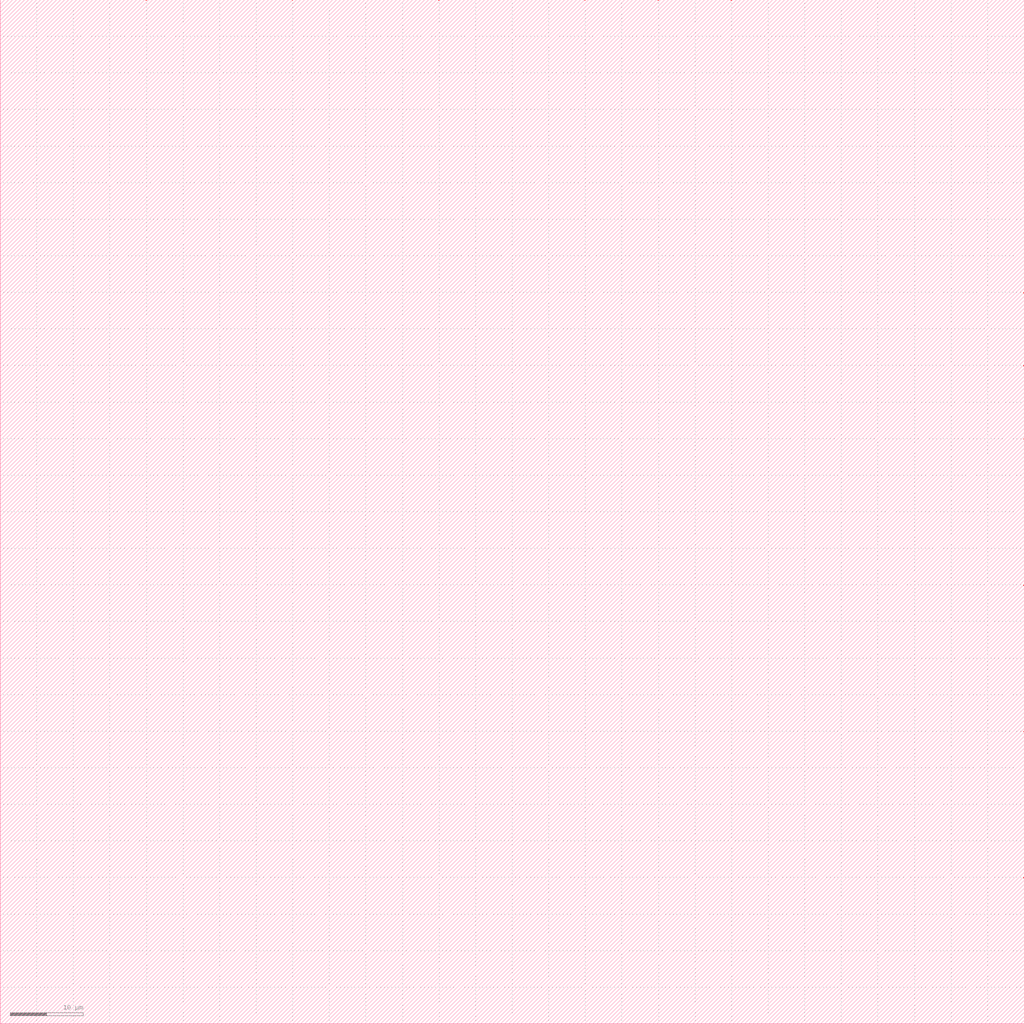
<source format=lef>
VERSION 5.8 ;

#NAMESCASESENSITIVE ON ;
USEMINSPACING OBS OFF ;
#BUSBITCHARS "[]" ;

# UNITS
# YBASE MICRON 1000 ;
# END UNITS

SITE IOSITE
  SYMMETRY Y ;
  CLASS PAD ;
  SIZE    1.000 BY 140.000 ;
END IOSITE

MACRO PAD
  CLASS PAD AREAIO ;
  ORIGIN 0 0 ;
  SIZE 45 BY 84 ;
  SYMMETRY X Y R90 ;
  PIN PAD
    DIRECTION INOUT ;
    PORT
      LAYER metal10 ;
        RECT 0 0 45 84 ;
    END
  END PAD
END PAD

MACRO DUMMY_BUMP
  CLASS PAD AREAIO ;
  ORIGIN 0 0 ;
  SIZE 45 BY 45 ;
  SYMMETRY X Y R90 ;
  PIN PAD
    DIRECTION INOUT ;
    PORT
      LAYER metal10 ;
        RECT 0.0 0.0 45.0 45.0 ;
    END
  END PAD
END DUMMY_BUMP

MACRO PADCELL_SIG_V
  CLASS PAD AREAIO ;
  ORIGIN 0 0 ;
  FOREIGN PADCELL_SIG_V 0 0 ;
  SIZE 25.0 BY 140 ;
  SYMMETRY X Y R90 ;
  SITE IOSITE ;
  PIN PAD 
    USE SIGNAL ;
    DIRECTION INOUT ;
    PORT
      CLASS BUMP ;
      LAYER metal10 ;
        RECT 10.0 50.0 20.0 55.0 ;
    END
  END PAD
  PIN A
    USE SIGNAL ;
    DIRECTION INPUT ;
    PORT
      CLASS CORE ;
      LAYER metal4 ;
        RECT 13.170 139.900 13.330 140.000 ;
      LAYER metal5 ; 
        RECT 13.170 139.900 13.330 140.000 ;
      LAYER metal6 ; 
        RECT 13.170 139.900 13.330 140.000 ;
      LAYER metal7 ; 
        RECT 13.170 139.900 13.330 140.000 ;
      LAYER metal8 ;
        RECT 13.170 139.900 13.330 140.000 ;
      LAYER metal9 ;
        RECT 13.170 139.900 13.330 140.000 ;
    END
  END A
  PIN Y
    USE SIGNAL ;
    DIRECTION OUTPUT ;
    PORT
      CLASS CORE ;
      LAYER metal4 ;
        RECT 28.936 139.900 29.096 140.000 ;
      LAYER metal5 ;
        RECT 28.936 139.900 29.096 140.000 ;
      LAYER metal6 ;
        RECT 28.936 139.900 29.096 140.000 ;
      LAYER metal7 ;
        RECT 28.936 139.900 29.096 140.000 ;
      LAYER metal8 ;
        RECT 28.936 139.900 29.096 140.000 ;
      LAYER metal9 ;
        RECT 28.936 139.900 29.096 140.000 ;
    END
  END Y
  PIN PU
    USE SIGNAL ;
    DIRECTION OUTPUT ;
    PORT
      CLASS CORE ;
      LAYER metal4 ;
        RECT 15.170 139.900 15.330 140.000 ;
      LAYER metal5 ;
        RECT 15.170 139.900 15.330 140.000 ;
      LAYER metal6 ;
        RECT 15.170 139.900 15.330 140.000 ;
      LAYER metal7 ;
        RECT 15.170 139.900 15.330 140.000 ;
      LAYER metal8 ;
        RECT 15.170 139.900 15.330 140.000 ;
      LAYER metal9 ;
        RECT 15.170 139.900 15.330 140.000 ;
    END
  END PU
  PIN OE
    USE SIGNAL ;
    DIRECTION OUTPUT ;
    PORT
      CLASS CORE ;
      LAYER metal4 ;
        RECT 15.170 139.900 15.330 140.000 ;
      LAYER metal5 ;
        RECT 15.170 139.900 15.330 140.000 ;
      LAYER metal6 ;
        RECT 15.170 139.900 15.330 140.000 ;
      LAYER metal7 ;
        RECT 15.170 139.900 15.330 140.000 ;
      LAYER metal8 ;
        RECT 15.170 139.900 15.330 140.000 ;
      LAYER metal9 ;
        RECT 15.170 139.900 15.330 140.000 ;
    END
  END OE
  PIN RETN
    USE SIGNAL ;
    DIRECTION INPUT ;
    SHAPE ABUTMENT ;
    PORT 
      LAYER metal4 ;
        RECT  0.000  99.900  0.100 100.00 ;
      LAYER metal4 ;
        RECT 24.900  99.900 25.000 100.00 ;
    END
  END RETN
  PIN SNS
    USE SIGNAL ;
    DIRECTION INPUT ;
    SHAPE ABUTMENT ;
    PORT 
      LAYER metal4 ;
        RECT  0.000  89.900  0.100 90.00 ;
      LAYER metal4 ;
        RECT 24.900  89.900 25.000 90.00 ;
    END
  END SNS
  PIN VDD
    USE POWER ;
    PORT
      CLASS CORE ;
      LAYER metal4 ;
      RECT 0.000 20.0 0.100 21.0 ;
      LAYER metal4 ;
      RECT 24.90 20.0 25.00 21.0 ;
    END
  END VDD
  PIN VSS
    USE GROUND ;
    PORT
      CLASS CORE ;
      LAYER metal4 ;
      RECT 0.000 40.0 0.100 41.0 ;
      LAYER metal4 ;
      RECT 24.90 40.0 25.00 41.0 ;
    END
  END VSS
  PIN DVDD
    USE POWER ;
    PORT
      CLASS CORE ;
      LAYER metal4 ;
      RECT 0.000 60.0 0.100 61.0 ;
      LAYER metal4 ;
      RECT 24.90 60.0 25.00 61.0 ;
    END
  END DVDD
  PIN DVSS
    USE GROUND ;
    PORT
      CLASS CORE ;
      LAYER metal4 ;
      RECT 0.000 80.0 0.100 81.0 ;
      LAYER metal4 ;
      RECT 24.90 80.0 25.00 81.0 ;
    END
  END DVSS
END PADCELL_SIG_V

MACRO PADCELL_SIG_H
  CLASS PAD AREAIO ;
  ORIGIN 0 0 ;
  SIZE 25.0 BY 140 ;
  SYMMETRY X Y R90 ;
  PIN PAD 
    DIRECTION INOUT ;
    PORT
      LAYER metal10 ;
        RECT 10.0 50.0 20.0 55.0 ;
    END
  END PAD
  PIN A
    USE SIGNAL ;
    DIRECTION INPUT ;
    PORT
      CLASS CORE ;
      LAYER metal4 ;
        RECT 13.170 104.900 13.330 105.000 ;
      LAYER metal5 ; 
        RECT 13.170 104.900 13.330 105.000 ;
      LAYER metal6 ; 
        RECT 13.170 104.900 13.330 105.000 ;
      LAYER metal7 ; 
        RECT 13.170 104.900 13.330 105.000 ;
      LAYER metal8 ;
        RECT 13.170 104.900 13.330 105.000 ;
      LAYER metal9 ;
        RECT 13.170 104.900 13.330 105.000 ;
    END
  END A
  PIN Y
    USE SIGNAL ;
    DIRECTION OUTPUT ;
    PORT
      CLASS CORE ;
      LAYER metal4 ;
        RECT 28.936 104.900 29.096 105.000 ;
      LAYER metal5 ; 
        RECT 28.936 104.900 29.096 105.000 ;
      LAYER metal6 ; 
        RECT 28.936 104.900 29.096 105.000 ;
      LAYER metal7 ; 
        RECT 28.936 104.900 29.096 105.000 ;
      LAYER metal8 ; 
        RECT 28.936 104.900 29.096 105.000 ;
      LAYER metal9 ; 
        RECT 28.936 104.900 29.096 105.000 ;
    END
  END Y
  PIN PU
    USE SIGNAL ;
    DIRECTION OUTPUT ;
    PORT
      CLASS CORE ;
      LAYER metal4 ;
        RECT 15.170 139.900 15.330 140.000 ;
      LAYER metal5 ;
        RECT 15.170 139.900 15.330 140.000 ;
      LAYER metal6 ;
        RECT 15.170 139.900 15.330 140.000 ;
      LAYER metal7 ;
        RECT 15.170 139.900 15.330 140.000 ;
      LAYER metal8 ;
        RECT 15.170 139.900 15.330 140.000 ;
      LAYER metal9 ;
        RECT 15.170 139.900 15.330 140.000 ;
    END
  END PU
  PIN OE
    USE SIGNAL ;
    DIRECTION OUTPUT ;
    PORT
      CLASS CORE ;
      LAYER metal4 ;
        RECT 15.170 139.900 15.330 140.000 ;
      LAYER metal5 ;
        RECT 15.170 139.900 15.330 140.000 ;
      LAYER metal6 ;
        RECT 15.170 139.900 15.330 140.000 ;
      LAYER metal7 ;
        RECT 15.170 139.900 15.330 140.000 ;
      LAYER metal8 ;
        RECT 15.170 139.900 15.330 140.000 ;
      LAYER metal9 ;
        RECT 15.170 139.900 15.330 140.000 ;
    END
  END OE
  PIN RETN
    USE SIGNAL ;
    DIRECTION INPUT ;
    SHAPE ABUTMENT ;
    PORT 
      LAYER metal4 ;
        RECT  0.000  99.900  0.100 100.00 ;
      LAYER metal4 ;
        RECT 24.900  99.900 25.000 100.00 ;
    END
  END RETN
  PIN SNS
    USE SIGNAL ;
    DIRECTION INPUT ;
    SHAPE ABUTMENT ;
    PORT 
      LAYER metal4 ;
        RECT  0.000  89.900  0.100 90.00 ;
      LAYER metal4 ;
        RECT 24.900  89.900 25.000 90.00 ;
    END
  END SNS
  PIN VDD
    USE POWER ;
    PORT
      CLASS CORE ;
      LAYER metal4 ;
      RECT 0.000 20.0 0.100 21.0 ;
      LAYER metal4 ;
      RECT 24.90 20.0 25.00 21.0 ;
    END
  END VDD
  PIN VSS
    USE GROUND ;
    PORT
      CLASS CORE ;
      LAYER metal4 ;
      RECT 0.000 40.0 0.100 41.0 ;
      LAYER metal4 ;
      RECT 24.90 40.0 25.00 41.0 ;
    END
  END VSS
  PIN DVDD
    USE POWER ;
    PORT
      CLASS CORE ;
      LAYER metal4 ;
      RECT 0.000 60.0 0.100 61.0 ;
      LAYER metal4 ;
      RECT 24.90 60.0 25.00 61.0 ;
    END
  END DVDD
  PIN DVSS
    USE GROUND ;
    PORT
      CLASS CORE ;
      LAYER metal4 ;
      RECT 0.000 80.0 0.100 81.0 ;
      LAYER metal4 ;
      RECT 24.90 80.0 25.00 81.0 ;
    END
  END DVSS
END PADCELL_SIG_H

MACRO PADCELL_VDD_V
  CLASS PAD AREAIO ;
  ORIGIN 0 0 ;
  SIZE 25.0 BY 140 ;
  SYMMETRY X Y R90 ;
  PIN VDD
    DIRECTION INOUT ;
    USE POWER ;
    SHAPE ABUTMENT ;
    PORT
      CLASS BUMP ;
      LAYER metal10 ;
        RECT 10.0 50.0 20.0 55.0 ;
    END
    PORT
      CLASS CORE ;
      LAYER metal4 ;
      RECT 23.155 104.900 23.945 105.000 ;
      LAYER metal4 ;
      RECT 20.995 104.900 21.785 105.000 ;
      LAYER metal4 ;
      RECT 18.835 104.900 19.625 105.000 ;
      LAYER metal4 ;
      RECT 16.565 104.900 17.355 105.000 ;
      LAYER metal4 ;
      RECT 14.295 104.900 15.085 105.000 ;
      LAYER metal4 ;
      RECT 12.135 104.900 12.925 105.000 ;
      LAYER metal4 ;
      RECT 9.975 104.900 10.765 105.000 ;
      LAYER metal4 ;
      RECT 7.815 104.900 8.605 105.000 ;
      LAYER metal4 ;
      RECT 5.655 104.900 6.445 105.000 ;
      LAYER metal4 ;
      RECT 3.495 104.900 4.285 105.000 ;
      LAYER metal4 ;
      RECT 1.335 104.900 2.125 105.000 ;
      LAYER metal5 ;
      RECT 23.155 104.900 23.945 105.000 ;
      LAYER metal5 ;
      RECT 20.995 104.900 21.785 105.000 ;
      LAYER metal5 ;
      RECT 18.835 104.900 19.625 105.000 ;
      LAYER metal5 ;
      RECT 16.565 104.900 17.355 105.000 ;
      LAYER metal5 ;
      RECT 14.295 104.900 15.085 105.000 ;
      LAYER metal5 ;
      RECT 12.135 104.900 12.925 105.000 ;
      LAYER metal5 ;
      RECT 9.975 104.900 10.765 105.000 ;
      LAYER metal5 ;
      RECT 7.815 104.900 8.605 105.000 ;
      LAYER metal5 ;
      RECT 5.655 104.900 6.445 105.000 ;
      LAYER metal5 ;
      RECT 3.495 104.900 4.285 105.000 ;
      LAYER metal5 ;
      RECT 1.335 104.900 2.125 105.000 ;
      LAYER metal6 ;
      RECT 23.155 104.900 23.945 105.000 ;
      LAYER metal6 ;
      RECT 20.995 104.900 21.785 105.000 ;
      LAYER metal6 ;
      RECT 18.835 104.900 19.625 105.000 ;
      LAYER metal6 ;
      RECT 16.565 104.900 17.355 105.000 ;
      LAYER metal6 ;
      RECT 14.295 104.900 15.085 105.000 ;
      LAYER metal6 ;
      RECT 12.135 104.900 12.925 105.000 ;
      LAYER metal6 ;
      RECT 9.975 104.900 10.765 105.000 ;
      LAYER metal6 ;
      RECT 7.815 104.900 8.605 105.000 ;
      LAYER metal6 ;
      RECT 5.655 104.900 6.445 105.000 ;
      LAYER metal6 ;
      RECT 3.495 104.900 4.285 105.000 ;
      LAYER metal6 ;
      RECT 1.335 104.900 2.125 105.000 ;
      LAYER metal7 ;
      RECT 23.155 104.900 23.945 105.000 ;
      LAYER metal7 ;
      RECT 20.995 104.900 21.785 105.000 ;
      LAYER metal7 ;
      RECT 18.835 104.900 19.625 105.000 ;
      LAYER metal7 ;
      RECT 16.565 104.900 17.355 105.000 ;
      LAYER metal7 ;
      RECT 14.295 104.900 15.085 105.000 ;
      LAYER metal7 ;
      RECT 12.135 104.900 12.925 105.000 ;
      LAYER metal7 ;
      RECT 9.975 104.900 10.765 105.000 ;
      LAYER metal7 ;
      RECT 7.815 104.900 8.605 105.000 ;
      LAYER metal7 ;
      RECT 5.655 104.900 6.445 105.000 ;
      LAYER metal7 ;
      RECT 3.495 104.900 4.285 105.000 ;
      LAYER metal7 ;
      RECT 1.335 104.900 2.125 105.000 ;
      LAYER metal8 ;
      RECT 23.155 104.900 23.945 105.000 ;
      LAYER metal8 ;
      RECT 20.995 104.900 21.785 105.000 ;
      LAYER metal8 ;
      RECT 18.835 104.900 19.625 105.000 ;
      LAYER metal8 ;
      RECT 16.565 104.900 17.355 105.000 ;
      LAYER metal8 ;
      RECT 14.295 104.900 15.085 105.000 ;
      LAYER metal8 ;
      RECT 12.135 104.900 12.925 105.000 ;
      LAYER metal8 ;
      RECT 9.975 104.900 10.765 105.000 ;
      LAYER metal8 ;
      RECT 7.815 104.900 8.605 105.000 ;
      LAYER metal8 ;
      RECT 5.655 104.900 6.445 105.000 ;
      LAYER metal8 ;
      RECT 3.495 104.900 4.285 105.000 ;
      LAYER metal8 ;
      RECT 1.335 104.900 2.125 105.000 ;
      LAYER metal9 ;
      RECT 23.155 104.900 23.945 105.000 ;
      LAYER metal9 ;
      RECT 20.995 104.900 21.785 105.000 ;
      LAYER metal9 ;
      RECT 18.835 104.900 19.625 105.000 ;
      LAYER metal9 ;
      RECT 16.565 104.900 17.355 105.000 ;
      LAYER metal9 ;
      RECT 14.295 104.900 15.085 105.000 ;
      LAYER metal9 ;
      RECT 12.135 104.900 12.925 105.000 ;
      LAYER metal9 ;
      RECT 9.975 104.900 10.765 105.000 ;
      LAYER metal9 ;
      RECT 7.815 104.900 8.605 105.000 ;
      LAYER metal9 ;
      RECT 5.655 104.900 6.445 105.000 ;
      LAYER metal9 ;
      RECT 3.495 104.900 4.285 105.000 ;
      LAYER metal9 ;
      RECT 1.335 104.900 2.125 105.000 ;
      LAYER metal4 ;
      RECT 0.000 20.0 0.100 21.0 ;
      LAYER metal4 ;
      RECT 24.90 20.0 25.00 21.0 ;
    END
  END VDD
  PIN VSS
    USE GROUND ;
    PORT
      CLASS CORE ;
      LAYER metal4 ;
      RECT 0.000 40.0 0.100 41.0 ;
      LAYER metal4 ;
      RECT 24.90 40.0 25.00 41.0 ;
    END
  END VSS
  PIN DVDD
    USE POWER ;
    PORT
      CLASS CORE ;
      LAYER metal4 ;
      RECT 0.000 60.0 0.100 61.0 ;
      LAYER metal4 ;
      RECT 24.90 60.0 25.00 61.0 ;
    END
  END DVDD
  PIN DVSS
    USE GROUND ;
    PORT
      CLASS CORE ;
      LAYER metal4 ;
      RECT 0.000 80.0 0.100 81.0 ;
      LAYER metal4 ;
      RECT 24.90 80.0 25.00 81.0 ;
    END
  END DVSS
  PIN RETN
    USE SIGNAL ;
    DIRECTION INPUT ;
    SHAPE ABUTMENT ;
    PORT 
      LAYER metal4 ;
        RECT  0.000  99.900  0.100 100.00 ;
      LAYER metal4 ;
        RECT 24.900  99.900 25.000 100.00 ;
    END
  END RETN
  PIN SNS
    USE SIGNAL ;
    DIRECTION INPUT ;
    SHAPE ABUTMENT ;
    PORT 
      LAYER metal4 ;
        RECT  0.000  89.900  0.100 90.00 ;
      LAYER metal4 ;
        RECT 24.900  89.900 25.000 90.00 ;
    END
  END SNS
END PADCELL_VDD_V

MACRO PADCELL_VDD_H
  CLASS PAD AREAIO ;
  ORIGIN 0 0 ;
  SIZE 25.0 BY 140 ;
  SYMMETRY X Y R90 ;
  PIN VDD
    DIRECTION INOUT ;
    USE POWER ;
    SHAPE ABUTMENT ;
    PORT
      CLASS BUMP ;
      LAYER metal10 ;
        RECT 10.0 50.0 20.0 55.0 ;
    END
    PORT
      CLASS CORE ;
      LAYER metal4 ;
      RECT 23.155 104.900 23.945 105.000 ;
      LAYER metal4 ;
      RECT 20.995 104.900 21.785 105.000 ;
      LAYER metal4 ;
      RECT 18.835 104.900 19.625 105.000 ;
      LAYER metal4 ;
      RECT 16.565 104.900 17.355 105.000 ;
      LAYER metal4 ;
      RECT 14.295 104.900 15.085 105.000 ;
      LAYER metal4 ;
      RECT 12.135 104.900 12.925 105.000 ;
      LAYER metal4 ;
      RECT 9.975 104.900 10.765 105.000 ;
      LAYER metal4 ;
      RECT 7.815 104.900 8.605 105.000 ;
      LAYER metal4 ;
      RECT 5.655 104.900 6.445 105.000 ;
      LAYER metal4 ;
      RECT 3.495 104.900 4.285 105.000 ;
      LAYER metal4 ;
      RECT 1.335 104.900 2.125 105.000 ;
      LAYER metal5 ;
      RECT 23.155 104.900 23.945 105.000 ;
      LAYER metal5 ;
      RECT 20.995 104.900 21.785 105.000 ;
      LAYER metal5 ;
      RECT 18.835 104.900 19.625 105.000 ;
      LAYER metal5 ;
      RECT 16.565 104.900 17.355 105.000 ;
      LAYER metal5 ;
      RECT 14.295 104.900 15.085 105.000 ;
      LAYER metal5 ;
      RECT 12.135 104.900 12.925 105.000 ;
      LAYER metal5 ;
      RECT 9.975 104.900 10.765 105.000 ;
      LAYER metal5 ;
      RECT 7.815 104.900 8.605 105.000 ;
      LAYER metal5 ;
      RECT 5.655 104.900 6.445 105.000 ;
      LAYER metal5 ;
      RECT 3.495 104.900 4.285 105.000 ;
      LAYER metal5 ;
      RECT 1.335 104.900 2.125 105.000 ;
      LAYER metal6 ;
      RECT 23.155 104.900 23.945 105.000 ;
      LAYER metal6 ;
      RECT 20.995 104.900 21.785 105.000 ;
      LAYER metal6 ;
      RECT 18.835 104.900 19.625 105.000 ;
      LAYER metal6 ;
      RECT 16.565 104.900 17.355 105.000 ;
      LAYER metal6 ;
      RECT 14.295 104.900 15.085 105.000 ;
      LAYER metal6 ;
      RECT 12.135 104.900 12.925 105.000 ;
      LAYER metal6 ;
      RECT 9.975 104.900 10.765 105.000 ;
      LAYER metal6 ;
      RECT 7.815 104.900 8.605 105.000 ;
      LAYER metal6 ;
      RECT 5.655 104.900 6.445 105.000 ;
      LAYER metal6 ;
      RECT 3.495 104.900 4.285 105.000 ;
      LAYER metal6 ;
      RECT 1.335 104.900 2.125 105.000 ;
      LAYER metal7 ;
      RECT 23.155 104.900 23.945 105.000 ;
      LAYER metal7 ;
      RECT 20.995 104.900 21.785 105.000 ;
      LAYER metal7 ;
      RECT 18.835 104.900 19.625 105.000 ;
      LAYER metal7 ;
      RECT 16.565 104.900 17.355 105.000 ;
      LAYER metal7 ;
      RECT 14.295 104.900 15.085 105.000 ;
      LAYER metal7 ;
      RECT 12.135 104.900 12.925 105.000 ;
      LAYER metal7 ;
      RECT 9.975 104.900 10.765 105.000 ;
      LAYER metal7 ;
      RECT 7.815 104.900 8.605 105.000 ;
      LAYER metal7 ;
      RECT 5.655 104.900 6.445 105.000 ;
      LAYER metal7 ;
      RECT 3.495 104.900 4.285 105.000 ;
      LAYER metal7 ;
      RECT 1.335 104.900 2.125 105.000 ;
      LAYER metal8 ;
      RECT 23.155 104.900 23.945 105.000 ;
      LAYER metal8 ;
      RECT 20.995 104.900 21.785 105.000 ;
      LAYER metal8 ;
      RECT 18.835 104.900 19.625 105.000 ;
      LAYER metal8 ;
      RECT 16.565 104.900 17.355 105.000 ;
      LAYER metal8 ;
      RECT 14.295 104.900 15.085 105.000 ;
      LAYER metal8 ;
      RECT 12.135 104.900 12.925 105.000 ;
      LAYER metal8 ;
      RECT 9.975 104.900 10.765 105.000 ;
      LAYER metal8 ;
      RECT 7.815 104.900 8.605 105.000 ;
      LAYER metal8 ;
      RECT 5.655 104.900 6.445 105.000 ;
      LAYER metal8 ;
      RECT 3.495 104.900 4.285 105.000 ;
      LAYER metal8 ;
      RECT 1.335 104.900 2.125 105.000 ;
      LAYER metal9 ;
      RECT 23.155 104.900 23.945 105.000 ;
      LAYER metal9 ;
      RECT 20.995 104.900 21.785 105.000 ;
      LAYER metal9 ;
      RECT 18.835 104.900 19.625 105.000 ;
      LAYER metal9 ;
      RECT 16.565 104.900 17.355 105.000 ;
      LAYER metal9 ;
      RECT 14.295 104.900 15.085 105.000 ;
      LAYER metal9 ;
      RECT 12.135 104.900 12.925 105.000 ;
      LAYER metal9 ;
      RECT 9.975 104.900 10.765 105.000 ;
      LAYER metal9 ;
      RECT 7.815 104.900 8.605 105.000 ;
      LAYER metal9 ;
      RECT 5.655 104.900 6.445 105.000 ;
      LAYER metal9 ;
      RECT 3.495 104.900 4.285 105.000 ;
      LAYER metal9 ;
      RECT 1.335 104.900 2.125 105.000 ;
      LAYER metal4 ;
      RECT 0.000 20.0 0.100 21.0 ;
      LAYER metal4 ;
      RECT 24.90 20.0 25.00 21.0 ;
    END
  END VDD
  PIN VSS
    USE GROUND ;
    PORT
      CLASS CORE ;
      LAYER metal4 ;
      RECT 0.000 40.0 0.100 41.0 ;
      LAYER metal4 ;
      RECT 24.90 40.0 25.00 41.0 ;
    END
  END VSS
  PIN DVDD
    USE POWER ;
    PORT
      CLASS CORE ;
      LAYER metal4 ;
      RECT 0.000 60.0 0.100 61.0 ;
      LAYER metal4 ;
      RECT 24.90 60.0 25.00 61.0 ;
    END
  END DVDD
  PIN DVSS
    USE GROUND ;
    PORT
      CLASS CORE ;
      LAYER metal4 ;
      RECT 0.000 80.0 0.100 81.0 ;
      LAYER metal4 ;
      RECT 24.90 80.0 25.00 81.0 ;
    END
  END DVSS
  PIN RETN
    USE SIGNAL ;
    DIRECTION INPUT ;
    SHAPE ABUTMENT ;
    PORT 
      LAYER metal4 ;
        RECT  0.000  99.900  0.100 100.00 ;
      LAYER metal4 ;
        RECT 24.900  99.900 25.000 100.00 ;
    END
  END RETN
  PIN SNS
    USE SIGNAL ;
    DIRECTION INPUT ;
    SHAPE ABUTMENT ;
    PORT 
      LAYER metal4 ;
        RECT  0.000  89.900  0.100 90.00 ;
      LAYER metal4 ;
        RECT 24.900  89.900 25.000 90.00 ;
    END
  END SNS
END PADCELL_VDD_H

MACRO PADCELL_VSS_H
  CLASS PAD AREAIO ;
  ORIGIN 0 0 ;
  SIZE 25.0 BY 140 ;
  SYMMETRY X Y R90 ;
  PIN VSS
    DIRECTION INOUT ;
    USE GROUND ;
    SHAPE ABUTMENT ;
    PORT
      CLASS BUMP ;
      LAYER metal10 ;
        RECT 10.0 50.0 20.0 55.0 ;
    END
    PORT
      CLASS CORE ;
      LAYER metal4 ;
      RECT 23.155 104.900 23.945 105.000 ;
      LAYER metal4 ;
      RECT 20.995 104.900 21.785 105.000 ;
      LAYER metal4 ;
      RECT 18.835 104.900 19.625 105.000 ;
      LAYER metal4 ;
      RECT 16.565 104.900 17.355 105.000 ;
      LAYER metal4 ;
      RECT 14.295 104.900 15.085 105.000 ;
      LAYER metal4 ;
      RECT 12.135 104.900 12.925 105.000 ;
      LAYER metal4 ;
      RECT 9.975 104.900 10.765 105.000 ;
      LAYER metal4 ;
      RECT 7.815 104.900 8.605 105.000 ;
      LAYER metal4 ;
      RECT 5.655 104.900 6.445 105.000 ;
      LAYER metal4 ;
      RECT 3.495 104.900 4.285 105.000 ;
      LAYER metal4 ;
      RECT 1.335 104.900 2.125 105.000 ;
      LAYER metal5 ;
      RECT 23.155 104.900 23.945 105.000 ;
      LAYER metal5 ;
      RECT 20.995 104.900 21.785 105.000 ;
      LAYER metal5 ;
      RECT 18.835 104.900 19.625 105.000 ;
      LAYER metal5 ;
      RECT 16.565 104.900 17.355 105.000 ;
      LAYER metal5 ;
      RECT 14.295 104.900 15.085 105.000 ;
      LAYER metal5 ;
      RECT 12.135 104.900 12.925 105.000 ;
      LAYER metal5 ;
      RECT 9.975 104.900 10.765 105.000 ;
      LAYER metal5 ;
      RECT 7.815 104.900 8.605 105.000 ;
      LAYER metal5 ;
      RECT 5.655 104.900 6.445 105.000 ;
      LAYER metal5 ;
      RECT 3.495 104.900 4.285 105.000 ;
      LAYER metal5 ;
      RECT 1.335 104.900 2.125 105.000 ;
      LAYER metal6 ;
      RECT 23.155 104.900 23.945 105.000 ;
      LAYER metal6 ;
      RECT 20.995 104.900 21.785 105.000 ;
      LAYER metal6 ;
      RECT 18.835 104.900 19.625 105.000 ;
      LAYER metal6 ;
      RECT 16.565 104.900 17.355 105.000 ;
      LAYER metal6 ;
      RECT 14.295 104.900 15.085 105.000 ;
      LAYER metal6 ;
      RECT 12.135 104.900 12.925 105.000 ;
      LAYER metal6 ;
      RECT 9.975 104.900 10.765 105.000 ;
      LAYER metal6 ;
      RECT 7.815 104.900 8.605 105.000 ;
      LAYER metal6 ;
      RECT 5.655 104.900 6.445 105.000 ;
      LAYER metal6 ;
      RECT 3.495 104.900 4.285 105.000 ;
      LAYER metal6 ;
      RECT 1.335 104.900 2.125 105.000 ;
      LAYER metal7 ;
      RECT 23.155 104.900 23.945 105.000 ;
      LAYER metal7 ;
      RECT 20.995 104.900 21.785 105.000 ;
      LAYER metal7 ;
      RECT 18.835 104.900 19.625 105.000 ;
      LAYER metal7 ;
      RECT 16.565 104.900 17.355 105.000 ;
      LAYER metal7 ;
      RECT 14.295 104.900 15.085 105.000 ;
      LAYER metal7 ;
      RECT 12.135 104.900 12.925 105.000 ;
      LAYER metal7 ;
      RECT 9.975 104.900 10.765 105.000 ;
      LAYER metal7 ;
      RECT 7.815 104.900 8.605 105.000 ;
      LAYER metal7 ;
      RECT 5.655 104.900 6.445 105.000 ;
      LAYER metal7 ;
      RECT 3.495 104.900 4.285 105.000 ;
      LAYER metal7 ;
      RECT 1.335 104.900 2.125 105.000 ;
      LAYER metal8 ;
      RECT 23.155 104.900 23.945 105.000 ;
      LAYER metal8 ;
      RECT 20.995 104.900 21.785 105.000 ;
      LAYER metal8 ;
      RECT 18.835 104.900 19.625 105.000 ;
      LAYER metal8 ;
      RECT 16.565 104.900 17.355 105.000 ;
      LAYER metal8 ;
      RECT 14.295 104.900 15.085 105.000 ;
      LAYER metal8 ;
      RECT 12.135 104.900 12.925 105.000 ;
      LAYER metal8 ;
      RECT 9.975 104.900 10.765 105.000 ;
      LAYER metal8 ;
      RECT 7.815 104.900 8.605 105.000 ;
      LAYER metal8 ;
      RECT 5.655 104.900 6.445 105.000 ;
      LAYER metal8 ;
      RECT 3.495 104.900 4.285 105.000 ;
      LAYER metal8 ;
      RECT 1.335 104.900 2.125 105.000 ;
      LAYER metal9 ;
      RECT 23.155 104.900 23.945 105.000 ;
      LAYER metal9 ;
      RECT 20.995 104.900 21.785 105.000 ;
      LAYER metal9 ;
      RECT 18.835 104.900 19.625 105.000 ;
      LAYER metal9 ;
      RECT 16.565 104.900 17.355 105.000 ;
      LAYER metal9 ;
      RECT 14.295 104.900 15.085 105.000 ;
      LAYER metal9 ;
      RECT 12.135 104.900 12.925 105.000 ;
      LAYER metal9 ;
      RECT 9.975 104.900 10.765 105.000 ;
      LAYER metal9 ;
      RECT 7.815 104.900 8.605 105.000 ;
      LAYER metal9 ;
      RECT 5.655 104.900 6.445 105.000 ;
      LAYER metal9 ;
      RECT 3.495 104.900 4.285 105.000 ;
      LAYER metal9 ;
      RECT 1.335 104.900 2.125 105.000 ;
      LAYER metal4 ;
      RECT 0.000 40.0 0.100 41.0 ;
      LAYER metal4 ;
      RECT 24.90 40.0 25.00 41.0 ;
    END
  END VSS
  PIN VDD
    USE POWER ;
    PORT
      CLASS CORE ;
      LAYER metal4 ;
      RECT 0.000 20.0 0.100 21.0 ;
      LAYER metal4 ;
      RECT 24.90 20.0 25.00 21.0 ;
    END
  END VDD
  PIN DVDD
    USE POWER ;
    PORT
      CLASS CORE ;
      LAYER metal4 ;
      RECT 0.000 60.0 0.100 61.0 ;
      LAYER metal4 ;
      RECT 24.90 60.0 25.00 61.0 ;
    END
  END DVDD
  PIN DVSS
    USE GROUND ;
    PORT
      CLASS CORE ;
      LAYER metal4 ;
      RECT 0.000 80.0 0.100 81.0 ;
      LAYER metal4 ;
      RECT 24.90 80.0 25.00 81.0 ;
    END
  END DVSS
  PIN RETN
    USE SIGNAL ;
    DIRECTION INPUT ;
    SHAPE ABUTMENT ;
    PORT 
      LAYER metal4 ;
        RECT  0.000  99.900  0.100 100.00 ;
      LAYER metal4 ;
        RECT 24.900  99.900 25.000 100.00 ;
    END
  END RETN
  PIN SNS
    USE SIGNAL ;
    DIRECTION INPUT ;
    SHAPE ABUTMENT ;
    PORT 
      LAYER metal4 ;
        RECT  0.000  89.900  0.100 90.00 ;
      LAYER metal4 ;
        RECT 24.900  89.900 25.000 90.00 ;
    END
  END SNS
END PADCELL_VSS_H

MACRO PADCELL_VSS_V
  CLASS PAD AREAIO ;
  ORIGIN 0 0 ;
  SIZE 25.0 BY 140 ;
  SYMMETRY X Y R90 ;
  PIN VSS
    DIRECTION INOUT ;
    USE GROUND ;
    SHAPE ABUTMENT ;
    PORT
      CLASS BUMP ;
      LAYER metal10 ;
        RECT 10.0 50.0 20.0 55.0 ;
    END
    PORT
      CLASS CORE ;
      LAYER metal4 ;
      RECT 23.155 104.900 23.945 105.000 ;
      LAYER metal4 ;
      RECT 20.995 104.900 21.785 105.000 ;
      LAYER metal4 ;
      RECT 18.835 104.900 19.625 105.000 ;
      LAYER metal4 ;
      RECT 16.565 104.900 17.355 105.000 ;
      LAYER metal4 ;
      RECT 14.295 104.900 15.085 105.000 ;
      LAYER metal4 ;
      RECT 12.135 104.900 12.925 105.000 ;
      LAYER metal4 ;
      RECT 9.975 104.900 10.765 105.000 ;
      LAYER metal4 ;
      RECT 7.815 104.900 8.605 105.000 ;
      LAYER metal4 ;
      RECT 5.655 104.900 6.445 105.000 ;
      LAYER metal4 ;
      RECT 3.495 104.900 4.285 105.000 ;
      LAYER metal4 ;
      RECT 1.335 104.900 2.125 105.000 ;
      LAYER metal5 ;
      RECT 23.155 104.900 23.945 105.000 ;
      LAYER metal5 ;
      RECT 20.995 104.900 21.785 105.000 ;
      LAYER metal5 ;
      RECT 18.835 104.900 19.625 105.000 ;
      LAYER metal5 ;
      RECT 16.565 104.900 17.355 105.000 ;
      LAYER metal5 ;
      RECT 14.295 104.900 15.085 105.000 ;
      LAYER metal5 ;
      RECT 12.135 104.900 12.925 105.000 ;
      LAYER metal5 ;
      RECT 9.975 104.900 10.765 105.000 ;
      LAYER metal5 ;
      RECT 7.815 104.900 8.605 105.000 ;
      LAYER metal5 ;
      RECT 5.655 104.900 6.445 105.000 ;
      LAYER metal5 ;
      RECT 3.495 104.900 4.285 105.000 ;
      LAYER metal5 ;
      RECT 1.335 104.900 2.125 105.000 ;
      LAYER metal6 ;
      RECT 23.155 104.900 23.945 105.000 ;
      LAYER metal6 ;
      RECT 20.995 104.900 21.785 105.000 ;
      LAYER metal6 ;
      RECT 18.835 104.900 19.625 105.000 ;
      LAYER metal6 ;
      RECT 16.565 104.900 17.355 105.000 ;
      LAYER metal6 ;
      RECT 14.295 104.900 15.085 105.000 ;
      LAYER metal6 ;
      RECT 12.135 104.900 12.925 105.000 ;
      LAYER metal6 ;
      RECT 9.975 104.900 10.765 105.000 ;
      LAYER metal6 ;
      RECT 7.815 104.900 8.605 105.000 ;
      LAYER metal6 ;
      RECT 5.655 104.900 6.445 105.000 ;
      LAYER metal6 ;
      RECT 3.495 104.900 4.285 105.000 ;
      LAYER metal6 ;
      RECT 1.335 104.900 2.125 105.000 ;
      LAYER metal7 ;
      RECT 23.155 104.900 23.945 105.000 ;
      LAYER metal7 ;
      RECT 20.995 104.900 21.785 105.000 ;
      LAYER metal7 ;
      RECT 18.835 104.900 19.625 105.000 ;
      LAYER metal7 ;
      RECT 16.565 104.900 17.355 105.000 ;
      LAYER metal7 ;
      RECT 14.295 104.900 15.085 105.000 ;
      LAYER metal7 ;
      RECT 12.135 104.900 12.925 105.000 ;
      LAYER metal7 ;
      RECT 9.975 104.900 10.765 105.000 ;
      LAYER metal7 ;
      RECT 7.815 104.900 8.605 105.000 ;
      LAYER metal7 ;
      RECT 5.655 104.900 6.445 105.000 ;
      LAYER metal7 ;
      RECT 3.495 104.900 4.285 105.000 ;
      LAYER metal7 ;
      RECT 1.335 104.900 2.125 105.000 ;
      LAYER metal8 ;
      RECT 23.155 104.900 23.945 105.000 ;
      LAYER metal8 ;
      RECT 20.995 104.900 21.785 105.000 ;
      LAYER metal8 ;
      RECT 18.835 104.900 19.625 105.000 ;
      LAYER metal8 ;
      RECT 16.565 104.900 17.355 105.000 ;
      LAYER metal8 ;
      RECT 14.295 104.900 15.085 105.000 ;
      LAYER metal8 ;
      RECT 12.135 104.900 12.925 105.000 ;
      LAYER metal8 ;
      RECT 9.975 104.900 10.765 105.000 ;
      LAYER metal8 ;
      RECT 7.815 104.900 8.605 105.000 ;
      LAYER metal8 ;
      RECT 5.655 104.900 6.445 105.000 ;
      LAYER metal8 ;
      RECT 3.495 104.900 4.285 105.000 ;
      LAYER metal8 ;
      RECT 1.335 104.900 2.125 105.000 ;
      LAYER metal9 ;
      RECT 23.155 104.900 23.945 105.000 ;
      LAYER metal9 ;
      RECT 20.995 104.900 21.785 105.000 ;
      LAYER metal9 ;
      RECT 18.835 104.900 19.625 105.000 ;
      LAYER metal9 ;
      RECT 16.565 104.900 17.355 105.000 ;
      LAYER metal9 ;
      RECT 14.295 104.900 15.085 105.000 ;
      LAYER metal9 ;
      RECT 12.135 104.900 12.925 105.000 ;
      LAYER metal9 ;
      RECT 9.975 104.900 10.765 105.000 ;
      LAYER metal9 ;
      RECT 7.815 104.900 8.605 105.000 ;
      LAYER metal9 ;
      RECT 5.655 104.900 6.445 105.000 ;
      LAYER metal9 ;
      RECT 3.495 104.900 4.285 105.000 ;
      LAYER metal9 ;
      RECT 1.335 104.900 2.125 105.000 ;
      LAYER metal4 ;
      RECT 0.000 40.0 0.100 41.0 ;
      LAYER metal4 ;
      RECT 24.90 40.0 25.00 41.0 ;
    END
  END VSS
  PIN VDD
    USE POWER ;
    PORT
      CLASS CORE ;
      LAYER metal4 ;
      RECT 0.000 20.0 0.100 21.0 ;
      LAYER metal4 ;
      RECT 24.90 20.0 25.00 21.0 ;
    END
  END VDD
  PIN DVDD
    USE POWER ;
    PORT
      CLASS CORE ;
      LAYER metal4 ;
      RECT 0.000 60.0 0.100 61.0 ;
      LAYER metal4 ;
      RECT 24.90 60.0 25.00 61.0 ;
    END
  END DVDD
  PIN DVSS
    USE GROUND ;
    PORT
      CLASS CORE ;
      LAYER metal4 ;
      RECT 0.000 80.0 0.100 81.0 ;
      LAYER metal4 ;
      RECT 24.90 80.0 25.00 81.0 ;
    END
  END DVSS
  PIN RETN
    USE SIGNAL ;
    DIRECTION INPUT ;
    SHAPE ABUTMENT ;
    PORT 
      LAYER metal4 ;
        RECT  0.000  99.900  0.100 100.00 ;
      LAYER metal4 ;
        RECT 24.900  99.900 25.000 100.00 ;
    END
  END RETN
  PIN SNS
    USE SIGNAL ;
    DIRECTION INPUT ;
    SHAPE ABUTMENT ;
    PORT 
      LAYER metal4 ;
        RECT  0.000  89.900  0.100 90.00 ;
      LAYER metal4 ;
        RECT 24.900  89.900 25.000 90.00 ;
    END
  END SNS
END PADCELL_VSS_V

MACRO PADCELL_VDDIO_H
  CLASS PAD AREAIO ;
  ORIGIN 0 0 ;
  SIZE 25.0 BY 140 ;
  SYMMETRY X Y R90 ;
  PIN DVDD
    DIRECTION INOUT ;
    USE POWER ;
    SHAPE ABUTMENT ;
    PORT
      CLASS BUMP ;
      LAYER metal10 ;
        RECT 10.0 50.0 20.0 55.0 ;
    END
    PORT
      CLASS CORE ;
      LAYER metal4 ;
      RECT 0.000 60.0 0.100 61.0 ;
      LAYER metal4 ;
      RECT 24.90 60.0 25.00 61.0 ;
    END
  END DVDD
  PIN VDD
    USE POWER ;
    PORT
      CLASS CORE ;
      LAYER metal4 ;
      RECT 0.000 20.0 0.100 21.0 ;
      LAYER metal4 ;
      RECT 24.90 20.0 25.00 21.0 ;
    END
  END VDD
  PIN VSS
    USE GROUND ;
    PORT
      CLASS CORE ;
      LAYER metal4 ;
      RECT 0.000 40.0 0.100 41.0 ;
      LAYER metal4 ;
      RECT 24.90 40.0 25.00 41.0 ;
    END
  END VSS
  PIN DVSS
    USE GROUND ;
    PORT
      CLASS CORE ;
      LAYER metal4 ;
      RECT 0.000 80.0 0.100 81.0 ;
      LAYER metal4 ;
      RECT 24.90 80.0 25.00 81.0 ;
    END
  END DVSS
  PIN RETN
    USE SIGNAL ;
    DIRECTION INPUT ;
    SHAPE ABUTMENT ;
    PORT 
      LAYER metal4 ;
        RECT  0.000  99.900  0.100 100.00 ;
      LAYER metal4 ;
        RECT 24.900  99.900 25.000 100.00 ;
    END
  END RETN
  PIN SNS
    USE SIGNAL ;
    DIRECTION INPUT ;
    SHAPE ABUTMENT ;
    PORT 
      LAYER metal4 ;
        RECT  0.000  89.900  0.100 90.00 ;
      LAYER metal4 ;
        RECT 24.900  89.900 25.000 90.00 ;
    END
  END SNS
END PADCELL_VDDIO_H

MACRO PADCELL_VDDIO_V
  CLASS PAD AREAIO ;
  ORIGIN 0 0 ;
  SIZE 25.0 BY 140 ;
  SYMMETRY X Y R90 ;
  PIN DVDD
    DIRECTION INOUT ;
    USE POWER ;
    SHAPE ABUTMENT ;
    PORT
      CLASS BUMP ;
      LAYER metal10 ;
        RECT 10.0 50.0 20.0 55.0 ;
    END
    PORT
      CLASS CORE ;
      LAYER metal4 ;
      RECT 0.000 60.0 0.100 61.0 ;
      LAYER metal4 ;
      RECT 24.90 60.0 25.00 61.0 ;
    END
  END DVDD
  PIN VDD
    USE POWER ;
    PORT
      CLASS CORE ;
      LAYER metal4 ;
      RECT 0.000 20.0 0.100 21.0 ;
      LAYER metal4 ;
      RECT 24.90 20.0 25.00 21.0 ;
    END
  END VDD
  PIN VSS
    USE GROUND ;
    PORT
      CLASS CORE ;
      LAYER metal4 ;
      RECT 0.000 40.0 0.100 41.0 ;
      LAYER metal4 ;
      RECT 24.90 40.0 25.00 41.0 ;
    END
  END VSS
  PIN DVSS
    USE GROUND ;
    PORT
      CLASS CORE ;
      LAYER metal4 ;
      RECT 0.000 80.0 0.100 81.0 ;
      LAYER metal4 ;
      RECT 24.90 80.0 25.00 81.0 ;
    END
  END DVSS
  PIN RETN
    USE SIGNAL ;
    DIRECTION INPUT ;
    SHAPE ABUTMENT ;
    PORT 
      LAYER metal4 ;
        RECT  0.000  99.900  0.100 100.00 ;
      LAYER metal4 ;
        RECT 24.900  99.900 25.000 100.00 ;
    END
  END RETN
  PIN SNS
    USE SIGNAL ;
    DIRECTION INPUT ;
    SHAPE ABUTMENT ;
    PORT 
      LAYER metal4 ;
        RECT  0.000  89.900  0.100 90.00 ;
      LAYER metal4 ;
        RECT 24.900  89.900 25.000 90.00 ;
    END
  END SNS
END PADCELL_VDDIO_V

MACRO PADCELL_VSSIO_H
  CLASS PAD AREAIO ;
  ORIGIN 0 0 ;
  SIZE 25.0 BY 140 ;
  SYMMETRY X Y R90 ;
  PIN DVSS
    DIRECTION INOUT ;
    USE GROUND ;
    SHAPE ABUTMENT ;
    PORT
      CLASS BUMP ;
      LAYER metal10 ;
        RECT 10.0 50.0 20.0 55.0 ;
    END
    PORT
      CLASS CORE ;
      LAYER metal4 ;
      RECT 0.000 80.0 0.100 81.0 ;
      LAYER metal4 ;
      RECT 24.90 80.0 25.00 81.0 ;
    END
  END DVSS
  PIN VDD
    USE POWER ;
    PORT
      CLASS CORE ;
      LAYER metal4 ;
      RECT 0.000 20.0 0.100 21.0 ;
      LAYER metal4 ;
      RECT 24.90 20.0 25.00 21.0 ;
    END
  END VDD
  PIN VSS
    USE GROUND ;
    PORT
      CLASS CORE ;
      LAYER metal4 ;
      RECT 0.000 40.0 0.100 41.0 ;
      LAYER metal4 ;
      RECT 24.90 40.0 25.00 41.0 ;
    END
  END VSS
  PIN DVDD
    USE GROUND ;
    PORT
      CLASS CORE ;
      LAYER metal4 ;
      RECT 0.000 60.0 0.100 61.0 ;
      LAYER metal4 ;
      RECT 24.90 60.0 25.00 61.0 ;
    END
  END DVDD
  PIN RETN
    USE SIGNAL ;
    DIRECTION INPUT ;
    SHAPE ABUTMENT ;
    PORT 
      LAYER metal4 ;
        RECT  0.000  99.900  0.100 100.00 ;
      LAYER metal4 ;
        RECT 24.900  99.900 25.000 100.00 ;
    END
  END RETN
  PIN SNS
    USE SIGNAL ;
    DIRECTION INPUT ;
    SHAPE ABUTMENT ;
    PORT 
      LAYER metal4 ;
        RECT  0.000  89.900  0.100 90.00 ;
      LAYER metal4 ;
        RECT 24.900  89.900 25.000 90.00 ;
    END
  END SNS
END PADCELL_VSSIO_H

MACRO PADCELL_VSSIO_V
  CLASS PAD AREAIO ;
  ORIGIN 0 0 ;
  SIZE 25.0 BY 140 ;
  SYMMETRY X Y R90 ;
  PIN DVSS
    DIRECTION INOUT ;
    USE GROUND ;
    SHAPE ABUTMENT ;
    PORT
      CLASS BUMP ;
      LAYER metal10 ;
        RECT 10.0 50.0 20.0 55.0 ;
    END
    PORT
      CLASS CORE ;
      LAYER metal4 ;
      RECT 0.000 80.0 0.100 81.0 ;
      LAYER metal4 ;
      RECT 24.90 80.0 25.00 81.0 ;
    END
  END DVSS
  PIN VDD
    USE POWER ;
    PORT
      CLASS CORE ;
      LAYER metal4 ;
      RECT 0.000 20.0 0.100 21.0 ;
      LAYER metal4 ;
      RECT 24.90 20.0 25.00 21.0 ;
    END
  END VDD
  PIN VSS
    USE GROUND ;
    PORT
      CLASS CORE ;
      LAYER metal4 ;
      RECT 0.000 40.0 0.100 41.0 ;
      LAYER metal4 ;
      RECT 24.90 40.0 25.00 41.0 ;
    END
  END VSS
  PIN DVDD
    USE GROUND ;
    PORT
      CLASS CORE ;
      LAYER metal4 ;
      RECT 0.000 60.0 0.100 61.0 ;
      LAYER metal4 ;
      RECT 24.90 60.0 25.00 61.0 ;
    END
  END DVDD
  PIN RETN
    USE SIGNAL ;
    DIRECTION INPUT ;
    SHAPE ABUTMENT ;
    PORT 
      LAYER metal4 ;
        RECT  0.000  99.900  0.100 100.00 ;
      LAYER metal4 ;
        RECT 24.900  99.900 25.000 100.00 ;
    END
  END RETN
  PIN SNS
    USE SIGNAL ;
    DIRECTION INPUT ;
    SHAPE ABUTMENT ;
    PORT 
      LAYER metal4 ;
        RECT  0.000  89.900  0.100 90.00 ;
      LAYER metal4 ;
        RECT 24.900  89.900 25.000 90.00 ;
    END
  END SNS
END PADCELL_VSSIO_V

MACRO PAD_CORNER
  CLASS ENDCAP BOTTOMLEFT ;
  ORIGIN 0 0 ;
  SIZE 140 BY 140 ;
  SYMMETRY X Y R90 ;
  PIN RETN
    USE SIGNAL ;
    DIRECTION INPUT ;
    SHAPE ABUTMENT ;
    PORT 
      LAYER metal4 ;
        RECT  99.900 139.900 100.000 140.000 ;
      LAYER metal4 ;
        RECT 139.900  99.900 140.000 100.00 ;
    END
  END RETN
  PIN SNS
    USE SIGNAL ;
    DIRECTION INPUT ;
    SHAPE ABUTMENT ;
    PORT 
      LAYER metal4 ;
        RECT  89.900 139.900  90.000 140.000 ;
      LAYER metal4 ;
        RECT 139.900  89.900 140.000  90.00 ;
    END
  END SNS
  PIN VDD
    SHAPE ABUTMENT ;
    DIRECTION INPUT ;
    USE POWER ;
    PORT
      LAYER metal4 ;
        RECT  19.900 139.900  20.000 140.000 ;
      LAYER metal4 ;
        RECT 139.900  19.900 140.000  20.00 ;
    END
  END VDD
  PIN VSS
    SHAPE ABUTMENT ;
    DIRECTION INPUT ;
    USE GROUND ;
    PORT
      CLASS CORE ;
      LAYER metal4 ;
        RECT  39.900 139.900  40.000 140.000 ;
      LAYER metal4 ;
        RECT 139.900  39.900 140.000  40.00 ;
    END
  END VSS
  PIN DVDD
    SHAPE ABUTMENT ;
    DIRECTION INPUT ;
    USE GROUND ;
    PORT
      LAYER metal4 ;
        RECT  59.900 139.900  60.000 140.000 ;
      LAYER metal4 ;
        RECT 139.900  59.900 140.000  60.00 ;
    END
  END DVDD
  PIN DVSS
    SHAPE ABUTMENT ;
    DIRECTION INPUT ;
    USE GROUND ;
    PORT
      LAYER metal4 ;
        RECT  79.900 139.900  80.000 140.000 ;
      LAYER metal4 ;
        RECT 139.900  79.900 140.000  80.00 ;
    END
  END DVSS
END PAD_CORNER

MACRO PAD_FILL1_V
  CLASS PAD SPACER ;
  ORIGIN 0 0 ;
  SIZE 1 BY 140 ;
  SYMMETRY X Y R90 ;
  PIN VDD
    USE POWER ;
    PORT
      CLASS CORE ;
      LAYER metal4 ;
      RECT 0.000 20.0 0.100 21.0 ;
      LAYER metal4 ;
      RECT 0.90 20.0 1.00 21.0 ;
    END
  END VDD
  PIN VSS
    USE GROUND ;
    PORT
      CLASS CORE ;
      LAYER metal4 ;
      RECT 0.000 40.0 0.100 41.0 ;
      LAYER metal4 ;
      RECT 0.90 40.0 1.00 41.0 ;
    END
  END VSS
  PIN DVDD
    USE GROUND ;
    PORT
      CLASS CORE ;
      LAYER metal4 ;
      RECT 0.000 60.0 0.100 61.0 ;
      LAYER metal4 ;
      RECT 0.90 60.0 1.00 61.0 ;
    END
  END DVDD
  PIN DVSS
    DIRECTION INOUT ;
    USE GROUND ;
    SHAPE ABUTMENT ;
    PORT
      CLASS CORE ;
      LAYER metal4 ;
      RECT 0.000 80.0 0.100 81.0 ;
      LAYER metal4 ;
      RECT 0.90 80.0 1.00 81.0 ;
    END
  END DVSS
  PIN RETN
    USE SIGNAL ;
    DIRECTION INPUT ;
    SHAPE ABUTMENT ;
    PORT 
      LAYER metal4 ;
        RECT  0.000  99.900  0.100 100.00 ;
      LAYER metal4 ;
        RECT  0.900  99.900  1.000 100.00 ;
    END
  END RETN
  PIN SNS
    USE SIGNAL ;
    DIRECTION INPUT ;
    SHAPE ABUTMENT ;
    PORT 
      LAYER metal4 ;
        RECT  0.000  89.900  0.100 90.00 ;
      LAYER metal4 ;
        RECT  0.900  89.900  1.000 90.00 ;
    END
  END SNS
END PAD_FILL1_V

MACRO PAD_FILL5_V
  CLASS PAD SPACER ;
  ORIGIN 0 0 ;
  SIZE 5 BY 140 ;
  SYMMETRY X Y R90 ;
  PIN VDD
    USE POWER ;
    PORT
      CLASS CORE ;
      LAYER metal4 ;
      RECT 0.000 20.0 0.100 21.0 ;
      LAYER metal4 ;
      RECT  4.90 20.0  5.00 21.0 ;
    END
  END VDD
  PIN VSS
    USE GROUND ;
    PORT
      CLASS CORE ;
      LAYER metal4 ;
      RECT 0.000 40.0 0.100 41.0 ;
      LAYER metal4 ;
      RECT  4.90 40.0  5.00 41.0 ;
    END
  END VSS
  PIN DVDD
    USE POWER ;
    PORT
      CLASS CORE ;
      LAYER metal4 ;
      RECT 0.000 60.0 0.100 61.0 ;
      LAYER metal4 ;
      RECT  4.90 60.0  5.00 61.0 ;
    END
  END DVDD
  PIN DVSS
    USE GROUND ;
    PORT
      CLASS CORE ;
      LAYER metal4 ;
      RECT 0.000 80.0 0.100 81.0 ;
      LAYER metal4 ;
      RECT  4.90 80.0  5.00 81.0 ;
    END
  END DVSS
  PIN RETN
    USE SIGNAL ;
    DIRECTION INPUT ;
    SHAPE ABUTMENT ;
    PORT 
      LAYER metal4 ;
        RECT  0.000  99.900  0.100 100.00 ;
      LAYER metal4 ;
        RECT  4.900  99.900  5.000 100.00 ;
    END
  END RETN
  PIN SNS
    USE SIGNAL ;
    DIRECTION INPUT ;
    SHAPE ABUTMENT ;
    PORT 
      LAYER metal4 ;
        RECT  0.000  89.900  0.100 90.00 ;
      LAYER metal4 ;
        RECT  4.900  89.900  5.000 90.00 ;
    END
  END SNS
END PAD_FILL5_V

MACRO PAD_FILL1_H
  CLASS PAD SPACER ;
  ORIGIN 0 0 ;
  SIZE 140 BY 1 ;
  SYMMETRY X Y R90 ;
  PIN VDD
    USE POWER ;
    PORT
      CLASS CORE ;
      LAYER metal4 ;
      RECT 20.0 0.000 21.0 0.100 ;
      LAYER metal4 ;
      RECT 20.0 0.900 21.0 1.000 ;
    END
  END VDD
  PIN VSS
    USE GROUND ;
    PORT
      CLASS CORE ;
      LAYER metal4 ;
      RECT 40.0 0.000 41.0 0.100 ;
      LAYER metal4 ;
      RECT 40.0 0.900 41.0 1.000 ;
    END
  END VSS
  PIN DVDD
    USE GROUND ;
    PORT
      CLASS CORE ;
      LAYER metal4 ;
      RECT 60.0 0.000 61.0 0.100 ;
      LAYER metal4 ;
      RECT 60.0 0.900 61.0 1.000 ;
    END
  END DVDD
  PIN DVSS
    DIRECTION INOUT ;
    USE GROUND ;
    SHAPE ABUTMENT ;
    PORT
      CLASS CORE ;
      LAYER metal4 ;
      RECT 80.0 0.000 81.0 0.100 ;
      LAYER metal4 ;
      RECT 80.0 0.900 81.0 1.000 ;
    END
  END DVSS
  PIN RETN
    USE SIGNAL ;
    DIRECTION INPUT ;
    SHAPE ABUTMENT ;
    PORT 
      LAYER metal4 ;
        RECT  99.900 0.000 100.00 0.100 ;
      LAYER metal4 ;
        RECT  99.900 0.900 100.00 1.000 ;
    END
  END RETN
  PIN SNS
    USE SIGNAL ;
    DIRECTION INPUT ;
    SHAPE ABUTMENT ;
    PORT 
      LAYER metal4 ;
        RECT  89.900 0.000  90.00 0.100 ;
      LAYER metal4 ;
        RECT  89.900 0.900  90.00 1.000 ;
    END
  END SNS
END PAD_FILL1_H

MACRO PAD_FILL5_H
  CLASS PAD SPACER ;
  ORIGIN 0 0 ;
  SIZE 140 BY 5 ;
  SYMMETRY X Y R90 ;
  PIN VDD
    USE POWER ;
    PORT
      CLASS CORE ;
      LAYER metal4 ;
      RECT 20.0 0.000 21.0 0.100 ;
      LAYER metal4 ;
      RECT 20.0 4.900 21.0 5.000 ;
    END
  END VDD
  PIN VSS
    USE GROUND ;
    PORT
      CLASS CORE ;
      LAYER metal4 ;
      RECT 40.0 0.000 41.0 0.100 ;
      LAYER metal4 ;
      RECT 40.0 4.900 41.0 5.000 ;
    END
  END VSS
  PIN DVDD
    USE GROUND ;
    PORT
      CLASS CORE ;
      LAYER metal4 ;
      RECT 60.0 0.000 61.0 0.100 ;
      LAYER metal4 ;
      RECT 60.0 4.900 61.0 5.000 ;
    END
  END DVDD
  PIN DVSS
    DIRECTION INOUT ;
    USE GROUND ;
    SHAPE ABUTMENT ;
    PORT
      CLASS CORE ;
      LAYER metal4 ;
      RECT 80.0 0.000 81.0 0.100 ;
      LAYER metal4 ;
      RECT 80.0 4.900 81.0 5.000 ;
    END
  END DVSS
  PIN RETN
    USE SIGNAL ;
    DIRECTION INPUT ;
    SHAPE ABUTMENT ;
    PORT 
      LAYER metal4 ;
        RECT  99.900 0.000 100.00 0.100 ;
      LAYER metal4 ;
        RECT  99.900 4.900 100.00 5.000 ;
    END
  END RETN
  PIN SNS
    USE SIGNAL ;
    DIRECTION INPUT ;
    SHAPE ABUTMENT ;
    PORT 
      LAYER metal4 ;
        RECT  89.900 0.000  90.00 0.100 ;
      LAYER metal4 ;
        RECT  89.900 4.900  90.00 5.000 ;
    END
  END SNS
END PAD_FILL5_H

MACRO PADCELL_PWRDET_V
  CLASS PAD SPACER ;
  ORIGIN 0 0 ;
  SIZE 5 BY 140 ;
  SYMMETRY X Y R90 ;
  PIN RETN
    USE SIGNAL ;
    DIRECTION OUTPUT ;
    SHAPE ABUTMENT ;
    PORT 
      LAYER metal4 ;
        RECT  0.000  99.900  0.100 100.00 ;
      LAYER metal4 ;
        RECT  4.900  99.900  5.000 100.00 ;
    END
  END RETN
  PIN SNS
    USE SIGNAL ;
    DIRECTION OUTPUT ;
    SHAPE ABUTMENT ;
    PORT 
      LAYER metal4 ;
        RECT  0.000  89.900  0.100 90.00 ;
      LAYER metal4 ;
        RECT  4.900  89.900  5.000 90.00 ;
    END
  END SNS
  PIN VDD
    USE POWER ;
    PORT
      CLASS CORE ;
      LAYER metal4 ;
      RECT 0.000 20.0 0.100 21.0 ;
      LAYER metal4 ;
      RECT  4.90 20.0  5.00 21.0 ;
    END
  END VDD
  PIN VSS
    USE GROUND ;
    PORT
      CLASS CORE ;
      LAYER metal4 ;
      RECT 0.000 40.0 0.100 41.0 ;
      LAYER metal4 ;
      RECT  4.90 40.0  5.00 41.0 ;
    END
  END VSS
  PIN DVDD
    USE POWER ;
    PORT
      CLASS CORE ;
      LAYER metal4 ;
      RECT 0.000 60.0 0.100 61.0 ;
      LAYER metal4 ;
      RECT  4.90 60.0  5.00 61.0 ;
    END
  END DVDD
  PIN DVSS
    USE GROUND ;
    PORT
      CLASS CORE ;
      LAYER metal4 ;
      RECT 0.000 80.0 0.100 81.0 ;
      LAYER metal4 ;
      RECT  4.90 80.0  5.00 81.0 ;
    END
  END DVSS
END PADCELL_PWRDET_V

MACRO PADCELL_PWRDET_H
  CLASS PAD SPACER ;
  ORIGIN 0 0 ;
  SIZE 5 BY 140 ;
  SYMMETRY X Y R90 ;
  PIN RETN
    USE SIGNAL ;
    DIRECTION OUTPUT ;
    SHAPE ABUTMENT ;
    PORT 
      LAYER metal4 ;
        RECT  0.000  99.900  0.100 100.00 ;
      LAYER metal4 ;
        RECT  4.900  99.900  5.000 100.00 ;
    END
  END RETN
  PIN SNS
    USE SIGNAL ;
    DIRECTION OUTPUT ;
    SHAPE ABUTMENT ;
    PORT 
      LAYER metal4 ;
        RECT  0.000  89.900  0.100 90.00 ;
      LAYER metal4 ;
        RECT  4.900  89.900  5.000 90.00 ;
    END
  END SNS
  PIN VDD
    USE POWER ;
    PORT
      CLASS CORE ;
      LAYER metal4 ;
      RECT 0.000 20.0 0.100 21.0 ;
      LAYER metal4 ;
      RECT  4.90 20.0  5.00 21.0 ;
    END
  END VDD
  PIN VSS
    USE GROUND ;
    PORT
      CLASS CORE ;
      LAYER metal4 ;
      RECT 0.000 40.0 0.100 41.0 ;
      LAYER metal4 ;
      RECT  4.90 40.0  5.00 41.0 ;
    END
  END VSS
  PIN DVDD
    USE POWER ;
    PORT
      CLASS CORE ;
      LAYER metal4 ;
      RECT 0.000 60.0 0.100 61.0 ;
      LAYER metal4 ;
      RECT  4.90 60.0  5.00 61.0 ;
    END
  END DVDD
  PIN DVSS
    USE GROUND ;
    PORT
      CLASS CORE ;
      LAYER metal4 ;
      RECT 0.000 80.0 0.100 81.0 ;
      LAYER metal4 ;
      RECT  4.90 80.0  5.00 81.0 ;
    END
  END DVSS
END PADCELL_PWRDET_H

MACRO PADCELL_CBRK_V
  CLASS PAD SPACER ;
  ORIGIN 0 0 ;
  SIZE 5 BY 140 ;
  SYMMETRY X Y R90 ;
  PIN RETNA
    USE SIGNAL ;
    DIRECTION INPUT ;
    SHAPE ABUTMENT ;
    PORT 
      LAYER metal4 ;
        RECT  0.000  99.900  0.100 100.00 ;
    END
  END RETNA
  PIN SNSA
    USE SIGNAL ;
    DIRECTION INPUT ;
    SHAPE ABUTMENT ;
    PORT 
      LAYER metal4 ;
        RECT  0.000  89.900  0.100 90.00 ;
    END
  END SNSA
  PIN RETNB
    USE SIGNAL ;
    DIRECTION INPUT ;
    SHAPE ABUTMENT ;
    PORT 
      LAYER metal4 ;
        RECT  4.900  99.900  5.000 100.00 ;
    END
  END RETNB
  PIN SNSB
    USE SIGNAL ;
    DIRECTION INPUT ;
    SHAPE ABUTMENT ;
    PORT 
      LAYER metal4 ;
        RECT  4.900  89.900  5.000 90.00 ;
    END
  END SNSB
  PIN VDD
    USE POWER ;
    PORT
      CLASS CORE ;
      LAYER metal4 ;
      RECT 0.000 20.0 0.100 21.0 ;
      LAYER metal4 ;
      RECT  4.90 20.0  5.00 21.0 ;
    END
  END VDD
  PIN VSS
    USE GROUND ;
    PORT
      CLASS CORE ;
      LAYER metal4 ;
      RECT 0.000 40.0 0.100 41.0 ;
      LAYER metal4 ;
      RECT  4.90 40.0  5.00 41.0 ;
    END
  END VSS
  PIN DVDD
    USE POWER ;
    PORT
      CLASS CORE ;
      LAYER metal4 ;
      RECT 0.000 60.0 0.100 61.0 ;
      LAYER metal4 ;
      RECT  4.90 60.0  5.00 61.0 ;
    END
  END DVDD
  PIN DVSS
    USE GROUND ;
    PORT
      CLASS CORE ;
      LAYER metal4 ;
      RECT 0.000 80.0 0.100 81.0 ;
      LAYER metal4 ;
      RECT  4.90 80.0  5.00 81.0 ;
    END
  END DVSS
END PADCELL_CBRK_V

MACRO PADCELL_CBRK_H
  CLASS PAD SPACER ;
  ORIGIN 0 0 ;
  SIZE 5 BY 140 ;
  SYMMETRY X Y R90 ;
  PIN RETNA
    USE SIGNAL ;
    DIRECTION INPUT ;
    SHAPE ABUTMENT ;
    PORT 
      LAYER metal4 ;
        RECT  0.000  99.900  0.100 100.00 ;
    END
  END RETNA
  PIN SNSA
    USE SIGNAL ;
    DIRECTION INPUT ;
    SHAPE ABUTMENT ;
    PORT 
      LAYER metal4 ;
        RECT  0.000  89.900  0.100 90.00 ;
    END
  END SNSA
  PIN RETNB
    USE SIGNAL ;
    DIRECTION INPUT ;
    SHAPE ABUTMENT ;
    PORT 
      LAYER metal4 ;
        RECT  4.900  99.900  5.000 100.00 ;
    END
  END RETNB
  PIN SNSB
    USE SIGNAL ;
    DIRECTION INPUT ;
    SHAPE ABUTMENT ;
    PORT 
      LAYER metal4 ;
        RECT  4.900  89.900  5.000 90.00 ;
    END
  END SNSB
  PIN VDD
    USE POWER ;
    PORT
      CLASS CORE ;
      LAYER metal4 ;
      RECT 0.000 20.0 0.100 21.0 ;
      LAYER metal4 ;
      RECT  4.90 20.0  5.00 21.0 ;
    END
  END VDD
  PIN VSS
    USE GROUND ;
    PORT
      CLASS CORE ;
      LAYER metal4 ;
      RECT 0.000 40.0 0.100 41.0 ;
      LAYER metal4 ;
      RECT  4.90 40.0  5.00 41.0 ;
    END
  END VSS
  PIN DVDD
    USE POWER ;
    PORT
      CLASS CORE ;
      LAYER metal4 ;
      RECT 0.000 60.0 0.100 61.0 ;
      LAYER metal4 ;
      RECT  4.90 60.0  5.00 61.0 ;
    END
  END DVDD
  PIN DVSS
    USE GROUND ;
    PORT
      CLASS CORE ;
      LAYER metal4 ;
      RECT 0.000 80.0 0.100 81.0 ;
      LAYER metal4 ;
      RECT  4.90 80.0  5.00 81.0 ;
    END
  END DVSS
END PADCELL_CBRK_H

MACRO PADCELL_FBRK_V
  CLASS PAD SPACER ;
  ORIGIN 0 0 ;
  SIZE 5 BY 140 ;
  SYMMETRY X Y R90 ;
  PIN RETNA
    USE SIGNAL ;
    DIRECTION INPUT ;
    SHAPE ABUTMENT ;
    PORT 
      LAYER metal4 ;
        RECT  0.000  99.900  0.100 100.00 ;
    END
  END RETNA
  PIN SNSA
    USE SIGNAL ;
    DIRECTION INPUT ;
    SHAPE ABUTMENT ;
    PORT 
      LAYER metal4 ;
        RECT  0.000  89.900  0.100 90.00 ;
    END
  END SNSA
  PIN RETNB
    USE SIGNAL ;
    DIRECTION INPUT ;
    SHAPE ABUTMENT ;
    PORT 
      LAYER metal4 ;
        RECT  4.900  99.900  5.000 100.00 ;
    END
  END RETNB
  PIN SNSB
    USE SIGNAL ;
    DIRECTION INPUT ;
    SHAPE ABUTMENT ;
    PORT 
      LAYER metal4 ;
        RECT  4.900  89.900  5.000 90.00 ;
    END
  END SNSB
  PIN VDD
    USE POWER ;
    PORT
      CLASS CORE ;
      LAYER metal4 ;
      RECT 0.000 20.0 0.100 21.0 ;
      LAYER metal4 ;
      RECT  4.90 20.0  5.00 21.0 ;
    END
  END VDD
  PIN VSS
    USE GROUND ;
    PORT
      CLASS CORE ;
      LAYER metal4 ;
      RECT 0.000 40.0 0.100 41.0 ;
      LAYER metal4 ;
      RECT  4.90 40.0  5.00 41.0 ;
    END
  END VSS
  PIN DVDDA
    USE POWER ;
    PORT
      CLASS CORE ;
      LAYER metal4 ;
      RECT 0.000 60.0 0.100 61.0 ;
    END
  END DVDDA
  PIN DVDDB
    USE POWER ;
    PORT
      CLASS CORE ;
      LAYER metal4 ;
      RECT  4.90 60.0  5.00 61.0 ;
    END
  END DVDDB
  PIN DVSSA
    USE GROUND ;
    PORT
      CLASS CORE ;
      LAYER metal4 ;
      RECT 0.000 80.0 0.100 81.0 ;
    END
  END DVSSA
  PIN DVSSB
    USE GROUND ;
    PORT
      CLASS CORE ;
      LAYER metal4 ;
      RECT  4.90 80.0  5.00 81.0 ;
    END
  END DVSSB
END PADCELL_FBRK_V

MACRO PADCELL_FBRK_H
  CLASS PAD SPACER ;
  ORIGIN 0 0 ;
  SIZE 5 BY 140 ;
  SYMMETRY X Y R90 ;
  PIN RETNA
    USE SIGNAL ;
    DIRECTION INPUT ;
    SHAPE ABUTMENT ;
    PORT 
      LAYER metal4 ;
        RECT  0.000  99.900  0.100 100.00 ;
    END
  END RETNA
  PIN SNSA
    USE SIGNAL ;
    DIRECTION INPUT ;
    SHAPE ABUTMENT ;
    PORT 
      LAYER metal4 ;
        RECT  0.000  89.900  0.100 90.00 ;
    END
  END SNSA
  PIN RETNB
    USE SIGNAL ;
    DIRECTION INPUT ;
    SHAPE ABUTMENT ;
    PORT 
      LAYER metal4 ;
        RECT  4.900  99.900  5.000 100.00 ;
    END
  END RETNB
  PIN SNSB
    USE SIGNAL ;
    DIRECTION INPUT ;
    SHAPE ABUTMENT ;
    PORT 
      LAYER metal4 ;
        RECT  4.900  89.900  5.000 90.00 ;
    END
  END SNSB
  PIN VDD
    USE POWER ;
    PORT
      CLASS CORE ;
      LAYER metal4 ;
      RECT 0.000 20.0 0.100 21.0 ;
      LAYER metal4 ;
      RECT  4.90 20.0  5.00 21.0 ;
    END
  END VDD
  PIN VSS
    USE GROUND ;
    PORT
      CLASS CORE ;
      LAYER metal4 ;
      RECT 0.000 40.0 0.100 41.0 ;
      LAYER metal4 ;
      RECT  4.90 40.0  5.00 41.0 ;
    END
  END VSS
  PIN DVDDA
    USE POWER ;
    PORT
      CLASS CORE ;
      LAYER metal4 ;
      RECT 0.000 60.0 0.100 61.0 ;
    END
  END DVDDA
  PIN DVDDB
    USE POWER ;
    PORT
      CLASS CORE ;
      LAYER metal4 ;
      RECT  4.90 60.0  5.00 61.0 ;
    END
  END DVDDB
  PIN DVSSA
    USE GROUND ;
    PORT
      CLASS CORE ;
      LAYER metal4 ;
      RECT 0.000 80.0 0.100 81.0 ;
    END
  END DVSSA
  PIN DVSSB
    USE GROUND ;
    PORT
      CLASS CORE ;
      LAYER metal4 ;
      RECT  4.90 80.0  5.00 81.0 ;
    END
  END DVSSB
END PADCELL_FBRK_H


MACRO MARKER 
  CLASS BLOCK ;
  ORIGIN 0 0 ;
  SIZE 5.0 BY 1.4 ;
  SYMMETRY X Y ;
  OBS
    LAYER metal1 ;
    RECT 0.0 0.0 5.0 1.4 ;
    LAYER metal2 ;
    RECT 0.0 0.0 5.0 1.4 ;
    LAYER metal3 ;
    RECT 0.0 0.0 5.0 1.4 ;
    LAYER metal4 ;
    RECT 0.0 0.0 5.0 1.4 ;
    LAYER metal5 ;
    RECT 0.0 0.0 5.0 1.4 ;
  END
END MARKER

END LIBRARY


</source>
